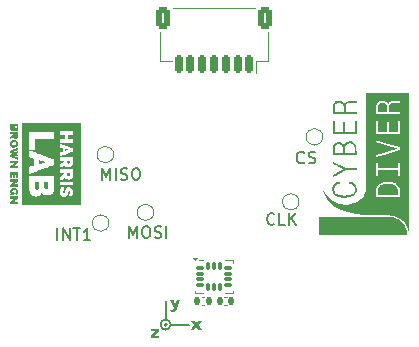
<source format=gbr>
%TF.GenerationSoftware,KiCad,Pcbnew,8.0.4*%
%TF.CreationDate,2024-10-25T17:05:04-04:00*%
%TF.ProjectId,ActiveImpactor_NoseAccelerometer,41637469-7665-4496-9d70-6163746f725f,rev?*%
%TF.SameCoordinates,Original*%
%TF.FileFunction,Legend,Top*%
%TF.FilePolarity,Positive*%
%FSLAX46Y46*%
G04 Gerber Fmt 4.6, Leading zero omitted, Abs format (unit mm)*
G04 Created by KiCad (PCBNEW 8.0.4) date 2024-10-25 17:05:04*
%MOMM*%
%LPD*%
G01*
G04 APERTURE LIST*
G04 Aperture macros list*
%AMRoundRect*
0 Rectangle with rounded corners*
0 $1 Rounding radius*
0 $2 $3 $4 $5 $6 $7 $8 $9 X,Y pos of 4 corners*
0 Add a 4 corners polygon primitive as box body*
4,1,4,$2,$3,$4,$5,$6,$7,$8,$9,$2,$3,0*
0 Add four circle primitives for the rounded corners*
1,1,$1+$1,$2,$3*
1,1,$1+$1,$4,$5*
1,1,$1+$1,$6,$7*
1,1,$1+$1,$8,$9*
0 Add four rect primitives between the rounded corners*
20,1,$1+$1,$2,$3,$4,$5,0*
20,1,$1+$1,$4,$5,$6,$7,0*
20,1,$1+$1,$6,$7,$8,$9,0*
20,1,$1+$1,$8,$9,$2,$3,0*%
G04 Aperture macros list end*
%ADD10C,0.150000*%
%ADD11C,0.200000*%
%ADD12C,0.000000*%
%ADD13C,0.120000*%
%ADD14C,4.400000*%
%ADD15RoundRect,0.087500X-0.087500X-0.225000X0.087500X-0.225000X0.087500X0.225000X-0.087500X0.225000X0*%
%ADD16RoundRect,0.087500X-0.225000X-0.087500X0.225000X-0.087500X0.225000X0.087500X-0.225000X0.087500X0*%
%ADD17C,1.000000*%
%ADD18RoundRect,0.150000X0.150000X0.625000X-0.150000X0.625000X-0.150000X-0.625000X0.150000X-0.625000X0*%
%ADD19RoundRect,0.250000X0.350000X0.650000X-0.350000X0.650000X-0.350000X-0.650000X0.350000X-0.650000X0*%
%ADD20RoundRect,0.140000X0.140000X0.170000X-0.140000X0.170000X-0.140000X-0.170000X0.140000X-0.170000X0*%
%ADD21RoundRect,0.140000X-0.140000X-0.170000X0.140000X-0.170000X0.140000X0.170000X-0.140000X0.170000X0*%
G04 APERTURE END LIST*
D10*
X-4100000Y-11600000D02*
X-4100000Y-13175736D01*
G36*
X-1945253Y-13280317D02*
G01*
X-1613327Y-13280317D01*
X-1497312Y-13484993D01*
X-1362734Y-13280317D01*
X-1054255Y-13280317D01*
X-1302895Y-13630317D01*
X-1036426Y-14015000D01*
X-1362734Y-14015000D01*
X-1497312Y-13778328D01*
X-1656070Y-14015000D01*
X-1958931Y-14015000D01*
X-1693683Y-13630317D01*
X-1945253Y-13280317D01*
G37*
X-3675736Y-13600000D02*
G75*
G02*
X-4524264Y-13600000I-424264J0D01*
G01*
X-4524264Y-13600000D02*
G75*
G02*
X-3675736Y-13600000I424264J0D01*
G01*
D11*
X-4000000Y-13600000D02*
G75*
G02*
X-4200000Y-13600000I-100000J0D01*
G01*
X-4200000Y-13600000D02*
G75*
G02*
X-4000000Y-13600000I100000J0D01*
G01*
D10*
X-2100000Y-13600000D02*
X-3675736Y-13600000D01*
G36*
X-3724004Y-11480317D02*
G01*
X-3428714Y-11480317D01*
X-3278261Y-11969535D01*
X-3138798Y-11480317D01*
X-2863292Y-11480317D01*
X-3152476Y-12265314D01*
X-3171129Y-12312366D01*
X-3193043Y-12359554D01*
X-3218288Y-12403323D01*
X-3250144Y-12442793D01*
X-3253348Y-12445809D01*
X-3294610Y-12474767D01*
X-3345367Y-12495451D01*
X-3397568Y-12506763D01*
X-3448097Y-12511417D01*
X-3475365Y-12511999D01*
X-3524662Y-12510094D01*
X-3576630Y-12505702D01*
X-3631615Y-12499657D01*
X-3662211Y-12495879D01*
X-3684193Y-12304148D01*
X-3632878Y-12317274D01*
X-3581433Y-12323450D01*
X-3549615Y-12324420D01*
X-3499864Y-12317156D01*
X-3469503Y-12301461D01*
X-3436520Y-12261368D01*
X-3417724Y-12219152D01*
X-3724004Y-11480317D01*
G37*
G36*
X-5336322Y-13980317D02*
G01*
X-4659769Y-13980317D01*
X-4659769Y-14140785D01*
X-5028087Y-14527421D01*
X-4637055Y-14527421D01*
X-4637055Y-14715000D01*
X-5363921Y-14715000D01*
X-5363921Y-14536946D01*
X-5014898Y-14167896D01*
X-5336322Y-14167896D01*
X-5336322Y-13980317D01*
G37*
X-13280951Y-6454819D02*
X-13280951Y-5454819D01*
X-12804761Y-6454819D02*
X-12804761Y-5454819D01*
X-12804761Y-5454819D02*
X-12233333Y-6454819D01*
X-12233333Y-6454819D02*
X-12233333Y-5454819D01*
X-11899999Y-5454819D02*
X-11328571Y-5454819D01*
X-11614285Y-6454819D02*
X-11614285Y-5454819D01*
X-10471428Y-6454819D02*
X-11042856Y-6454819D01*
X-10757142Y-6454819D02*
X-10757142Y-5454819D01*
X-10757142Y-5454819D02*
X-10852380Y-5597676D01*
X-10852380Y-5597676D02*
X-10947618Y-5692914D01*
X-10947618Y-5692914D02*
X-11042856Y-5740533D01*
X5104761Y-5059580D02*
X5057142Y-5107200D01*
X5057142Y-5107200D02*
X4914285Y-5154819D01*
X4914285Y-5154819D02*
X4819047Y-5154819D01*
X4819047Y-5154819D02*
X4676190Y-5107200D01*
X4676190Y-5107200D02*
X4580952Y-5011961D01*
X4580952Y-5011961D02*
X4533333Y-4916723D01*
X4533333Y-4916723D02*
X4485714Y-4726247D01*
X4485714Y-4726247D02*
X4485714Y-4583390D01*
X4485714Y-4583390D02*
X4533333Y-4392914D01*
X4533333Y-4392914D02*
X4580952Y-4297676D01*
X4580952Y-4297676D02*
X4676190Y-4202438D01*
X4676190Y-4202438D02*
X4819047Y-4154819D01*
X4819047Y-4154819D02*
X4914285Y-4154819D01*
X4914285Y-4154819D02*
X5057142Y-4202438D01*
X5057142Y-4202438D02*
X5104761Y-4250057D01*
X6009523Y-5154819D02*
X5533333Y-5154819D01*
X5533333Y-5154819D02*
X5533333Y-4154819D01*
X6342857Y-5154819D02*
X6342857Y-4154819D01*
X6914285Y-5154819D02*
X6485714Y-4583390D01*
X6914285Y-4154819D02*
X6342857Y-4726247D01*
X-7171427Y-6254819D02*
X-7171427Y-5254819D01*
X-7171427Y-5254819D02*
X-6838094Y-5969104D01*
X-6838094Y-5969104D02*
X-6504761Y-5254819D01*
X-6504761Y-5254819D02*
X-6504761Y-6254819D01*
X-5838094Y-5254819D02*
X-5647618Y-5254819D01*
X-5647618Y-5254819D02*
X-5552380Y-5302438D01*
X-5552380Y-5302438D02*
X-5457142Y-5397676D01*
X-5457142Y-5397676D02*
X-5409523Y-5588152D01*
X-5409523Y-5588152D02*
X-5409523Y-5921485D01*
X-5409523Y-5921485D02*
X-5457142Y-6111961D01*
X-5457142Y-6111961D02*
X-5552380Y-6207200D01*
X-5552380Y-6207200D02*
X-5647618Y-6254819D01*
X-5647618Y-6254819D02*
X-5838094Y-6254819D01*
X-5838094Y-6254819D02*
X-5933332Y-6207200D01*
X-5933332Y-6207200D02*
X-6028570Y-6111961D01*
X-6028570Y-6111961D02*
X-6076189Y-5921485D01*
X-6076189Y-5921485D02*
X-6076189Y-5588152D01*
X-6076189Y-5588152D02*
X-6028570Y-5397676D01*
X-6028570Y-5397676D02*
X-5933332Y-5302438D01*
X-5933332Y-5302438D02*
X-5838094Y-5254819D01*
X-5028570Y-6207200D02*
X-4885713Y-6254819D01*
X-4885713Y-6254819D02*
X-4647618Y-6254819D01*
X-4647618Y-6254819D02*
X-4552380Y-6207200D01*
X-4552380Y-6207200D02*
X-4504761Y-6159580D01*
X-4504761Y-6159580D02*
X-4457142Y-6064342D01*
X-4457142Y-6064342D02*
X-4457142Y-5969104D01*
X-4457142Y-5969104D02*
X-4504761Y-5873866D01*
X-4504761Y-5873866D02*
X-4552380Y-5826247D01*
X-4552380Y-5826247D02*
X-4647618Y-5778628D01*
X-4647618Y-5778628D02*
X-4838094Y-5731009D01*
X-4838094Y-5731009D02*
X-4933332Y-5683390D01*
X-4933332Y-5683390D02*
X-4980951Y-5635771D01*
X-4980951Y-5635771D02*
X-5028570Y-5540533D01*
X-5028570Y-5540533D02*
X-5028570Y-5445295D01*
X-5028570Y-5445295D02*
X-4980951Y-5350057D01*
X-4980951Y-5350057D02*
X-4933332Y-5302438D01*
X-4933332Y-5302438D02*
X-4838094Y-5254819D01*
X-4838094Y-5254819D02*
X-4599999Y-5254819D01*
X-4599999Y-5254819D02*
X-4457142Y-5302438D01*
X-4028570Y-6254819D02*
X-4028570Y-5254819D01*
X7633333Y140419D02*
X7585714Y92800D01*
X7585714Y92800D02*
X7442857Y45180D01*
X7442857Y45180D02*
X7347619Y45180D01*
X7347619Y45180D02*
X7204762Y92800D01*
X7204762Y92800D02*
X7109524Y188038D01*
X7109524Y188038D02*
X7061905Y283276D01*
X7061905Y283276D02*
X7014286Y473752D01*
X7014286Y473752D02*
X7014286Y616609D01*
X7014286Y616609D02*
X7061905Y807085D01*
X7061905Y807085D02*
X7109524Y902323D01*
X7109524Y902323D02*
X7204762Y997561D01*
X7204762Y997561D02*
X7347619Y1045180D01*
X7347619Y1045180D02*
X7442857Y1045180D01*
X7442857Y1045180D02*
X7585714Y997561D01*
X7585714Y997561D02*
X7633333Y949942D01*
X8014286Y92800D02*
X8157143Y45180D01*
X8157143Y45180D02*
X8395238Y45180D01*
X8395238Y45180D02*
X8490476Y92800D01*
X8490476Y92800D02*
X8538095Y140419D01*
X8538095Y140419D02*
X8585714Y235657D01*
X8585714Y235657D02*
X8585714Y330895D01*
X8585714Y330895D02*
X8538095Y426133D01*
X8538095Y426133D02*
X8490476Y473752D01*
X8490476Y473752D02*
X8395238Y521371D01*
X8395238Y521371D02*
X8204762Y568990D01*
X8204762Y568990D02*
X8109524Y616609D01*
X8109524Y616609D02*
X8061905Y664228D01*
X8061905Y664228D02*
X8014286Y759466D01*
X8014286Y759466D02*
X8014286Y854704D01*
X8014286Y854704D02*
X8061905Y949942D01*
X8061905Y949942D02*
X8109524Y997561D01*
X8109524Y997561D02*
X8204762Y1045180D01*
X8204762Y1045180D02*
X8442857Y1045180D01*
X8442857Y1045180D02*
X8585714Y997561D01*
X-9471427Y-1354819D02*
X-9471427Y-354819D01*
X-9471427Y-354819D02*
X-9138094Y-1069104D01*
X-9138094Y-1069104D02*
X-8804761Y-354819D01*
X-8804761Y-354819D02*
X-8804761Y-1354819D01*
X-8328570Y-1354819D02*
X-8328570Y-354819D01*
X-7899999Y-1307200D02*
X-7757142Y-1354819D01*
X-7757142Y-1354819D02*
X-7519047Y-1354819D01*
X-7519047Y-1354819D02*
X-7423809Y-1307200D01*
X-7423809Y-1307200D02*
X-7376190Y-1259580D01*
X-7376190Y-1259580D02*
X-7328571Y-1164342D01*
X-7328571Y-1164342D02*
X-7328571Y-1069104D01*
X-7328571Y-1069104D02*
X-7376190Y-973866D01*
X-7376190Y-973866D02*
X-7423809Y-926247D01*
X-7423809Y-926247D02*
X-7519047Y-878628D01*
X-7519047Y-878628D02*
X-7709523Y-831009D01*
X-7709523Y-831009D02*
X-7804761Y-783390D01*
X-7804761Y-783390D02*
X-7852380Y-735771D01*
X-7852380Y-735771D02*
X-7899999Y-640533D01*
X-7899999Y-640533D02*
X-7899999Y-545295D01*
X-7899999Y-545295D02*
X-7852380Y-450057D01*
X-7852380Y-450057D02*
X-7804761Y-402438D01*
X-7804761Y-402438D02*
X-7709523Y-354819D01*
X-7709523Y-354819D02*
X-7471428Y-354819D01*
X-7471428Y-354819D02*
X-7328571Y-402438D01*
X-6709523Y-354819D02*
X-6519047Y-354819D01*
X-6519047Y-354819D02*
X-6423809Y-402438D01*
X-6423809Y-402438D02*
X-6328571Y-497676D01*
X-6328571Y-497676D02*
X-6280952Y-688152D01*
X-6280952Y-688152D02*
X-6280952Y-1021485D01*
X-6280952Y-1021485D02*
X-6328571Y-1211961D01*
X-6328571Y-1211961D02*
X-6423809Y-1307200D01*
X-6423809Y-1307200D02*
X-6519047Y-1354819D01*
X-6519047Y-1354819D02*
X-6709523Y-1354819D01*
X-6709523Y-1354819D02*
X-6804761Y-1307200D01*
X-6804761Y-1307200D02*
X-6899999Y-1211961D01*
X-6899999Y-1211961D02*
X-6947618Y-1021485D01*
X-6947618Y-1021485D02*
X-6947618Y-688152D01*
X-6947618Y-688152D02*
X-6899999Y-497676D01*
X-6899999Y-497676D02*
X-6804761Y-402438D01*
X-6804761Y-402438D02*
X-6709523Y-354819D01*
D12*
%TO.C,G\u002A\u002A\u002A*%
G36*
X-12199344Y-849557D02*
G01*
X-12203386Y-914914D01*
X-12217318Y-959078D01*
X-12243850Y-985444D01*
X-12285693Y-997410D01*
X-12318652Y-999092D01*
X-12367312Y-994834D01*
X-12399911Y-979553D01*
X-12419285Y-949495D01*
X-12428272Y-900901D01*
X-12429904Y-851790D01*
X-12429904Y-755724D01*
X-12314624Y-755724D01*
X-12199344Y-755724D01*
X-12199344Y-849557D01*
G37*
G36*
X-12465129Y1252482D02*
G01*
X-12386570Y1231046D01*
X-12330092Y1215275D01*
X-12292997Y1204335D01*
X-12272585Y1197396D01*
X-12266156Y1193624D01*
X-12269793Y1192277D01*
X-12286368Y1188698D01*
X-12322631Y1179723D01*
X-12373537Y1166633D01*
X-12434043Y1150709D01*
X-12445915Y1147547D01*
X-12609228Y1103968D01*
X-12609228Y1197766D01*
X-12609228Y1291564D01*
X-12465129Y1252482D01*
G37*
G36*
X-12199344Y199957D02*
G01*
X-12202637Y134579D01*
X-12214312Y90050D01*
X-12237068Y62240D01*
X-12273603Y47018D01*
X-12302321Y42313D01*
X-12345279Y41128D01*
X-12376699Y51356D01*
X-12394680Y63725D01*
X-12412377Y79467D01*
X-12422884Y96662D01*
X-12428061Y122145D01*
X-12429769Y162749D01*
X-12429904Y193063D01*
X-12429904Y294604D01*
X-12314624Y294604D01*
X-12199344Y294604D01*
X-12199344Y199957D01*
G37*
G36*
X-16567171Y195093D02*
G01*
X-16567171Y121200D01*
X-16746260Y-19455D01*
X-16925350Y-160111D01*
X-16746260Y-163665D01*
X-16567171Y-167219D01*
X-16567171Y-262934D01*
X-16567171Y-358648D01*
X-16919415Y-358648D01*
X-17271659Y-358648D01*
X-17271659Y-283094D01*
X-17271659Y-207540D01*
X-17099561Y-68546D01*
X-16927462Y70449D01*
X-17099561Y74013D01*
X-17271659Y77576D01*
X-17271659Y173281D01*
X-17271659Y268986D01*
X-16919415Y268986D01*
X-16567171Y268986D01*
X-16567171Y195093D01*
G37*
G36*
X-16567171Y-1367484D02*
G01*
X-16567171Y-1441272D01*
X-16746709Y-1582033D01*
X-16926247Y-1722794D01*
X-16746709Y-1726348D01*
X-16567171Y-1729901D01*
X-16567171Y-1825616D01*
X-16567171Y-1921331D01*
X-16919415Y-1921331D01*
X-17271659Y-1921331D01*
X-17271659Y-1845877D01*
X-17271659Y-1770423D01*
X-17098509Y-1631329D01*
X-16925358Y-1492234D01*
X-17098509Y-1488670D01*
X-17271659Y-1485107D01*
X-17271659Y-1389401D01*
X-17271659Y-1293696D01*
X-16919415Y-1293696D01*
X-16567171Y-1293696D01*
X-16567171Y-1367484D01*
G37*
G36*
X-16567171Y-2814992D02*
G01*
X-16567171Y-2888886D01*
X-16746260Y-3029541D01*
X-16925350Y-3170197D01*
X-16746260Y-3173751D01*
X-16567171Y-3177304D01*
X-16567171Y-3273019D01*
X-16567171Y-3368734D01*
X-16919415Y-3368734D01*
X-17271659Y-3368734D01*
X-17271659Y-3293180D01*
X-17271659Y-3217626D01*
X-17099561Y-3078631D01*
X-16927462Y-2939637D01*
X-17099561Y-2936073D01*
X-17271659Y-2932509D01*
X-17271659Y-2836804D01*
X-17271659Y-2741099D01*
X-16919415Y-2741099D01*
X-16567171Y-2741099D01*
X-16567171Y-2814992D01*
G37*
G36*
X-16567171Y-947857D02*
G01*
X-16567171Y-1191225D01*
X-16650429Y-1191225D01*
X-16733686Y-1191225D01*
X-16733686Y-1043923D01*
X-16733686Y-896621D01*
X-16784922Y-896621D01*
X-16836157Y-896621D01*
X-16836157Y-1024710D01*
X-16836157Y-1152799D01*
X-16913011Y-1152799D01*
X-16989864Y-1152799D01*
X-16989864Y-1024710D01*
X-16989864Y-896621D01*
X-17047504Y-896621D01*
X-17105144Y-896621D01*
X-17105144Y-1050328D01*
X-17105144Y-1204034D01*
X-17188401Y-1204034D01*
X-17271659Y-1204034D01*
X-17271659Y-954261D01*
X-17271659Y-704488D01*
X-16919415Y-704488D01*
X-16567171Y-704488D01*
X-16567171Y-947857D01*
G37*
G36*
X-14059025Y-1792984D02*
G01*
X-14060557Y-1875001D01*
X-14062247Y-1935396D01*
X-14064651Y-1978161D01*
X-14068326Y-2007287D01*
X-14073831Y-2026768D01*
X-14081722Y-2040594D01*
X-14092558Y-2052759D01*
X-14095746Y-2055963D01*
X-14140182Y-2085580D01*
X-14193580Y-2099656D01*
X-14248667Y-2098502D01*
X-14298169Y-2082430D01*
X-14334814Y-2051753D01*
X-14338990Y-2045523D01*
X-14348204Y-2027934D01*
X-14354854Y-2007192D01*
X-14359349Y-1979029D01*
X-14362096Y-1939174D01*
X-14363502Y-1883358D01*
X-14363976Y-1807309D01*
X-14363996Y-1783636D01*
X-14364044Y-1562683D01*
X-14209529Y-1562683D01*
X-14055014Y-1562683D01*
X-14059025Y-1792984D01*
G37*
G36*
X-14825164Y-1825847D02*
G01*
X-14825244Y-1914280D01*
X-14825737Y-1980743D01*
X-14827023Y-2028885D01*
X-14829481Y-2062355D01*
X-14833491Y-2084800D01*
X-14839432Y-2099869D01*
X-14847684Y-2111210D01*
X-14855714Y-2119561D01*
X-14906735Y-2154776D01*
X-14965599Y-2170800D01*
X-15025858Y-2168046D01*
X-15081065Y-2146930D01*
X-15124770Y-2107868D01*
X-15128957Y-2101963D01*
X-15139074Y-2085708D01*
X-15146543Y-2068738D01*
X-15151765Y-2047064D01*
X-15155140Y-2016697D01*
X-15157069Y-1973646D01*
X-15157952Y-1913922D01*
X-15158189Y-1833534D01*
X-15158195Y-1810562D01*
X-15158195Y-1562683D01*
X-14991679Y-1562683D01*
X-14825164Y-1562683D01*
X-14825164Y-1825847D01*
G37*
G36*
X-14833933Y342115D02*
G01*
X-14817407Y337054D01*
X-14779688Y326184D01*
X-14724286Y310493D01*
X-14654706Y290972D01*
X-14574456Y268608D01*
X-14501472Y248378D01*
X-14416265Y224694D01*
X-14339980Y203254D01*
X-14275852Y184985D01*
X-14227117Y170817D01*
X-14197009Y161678D01*
X-14188492Y158536D01*
X-14201501Y154260D01*
X-14235302Y144633D01*
X-14285883Y130716D01*
X-14349235Y113571D01*
X-14421345Y94256D01*
X-14498203Y73834D01*
X-14575798Y53365D01*
X-14650120Y33911D01*
X-14717156Y16530D01*
X-14772897Y2286D01*
X-14813332Y-7763D01*
X-14834449Y-12554D01*
X-14836353Y-12809D01*
X-14842754Y-2524D01*
X-14847221Y29226D01*
X-14849860Y83781D01*
X-14850779Y162484D01*
X-14850782Y167886D01*
X-14850328Y241228D01*
X-14848764Y292151D01*
X-14845779Y323839D01*
X-14841068Y339478D01*
X-14834320Y342253D01*
X-14833933Y342115D01*
G37*
G36*
X-16732408Y2702673D02*
G01*
X-16567171Y2702673D01*
X-16567171Y2522937D01*
X-16569076Y2425295D01*
X-16575758Y2349309D01*
X-16588668Y2291235D01*
X-16609259Y2247329D01*
X-16638982Y2213847D01*
X-16679287Y2187045D01*
X-16701664Y2175981D01*
X-16777817Y2154255D01*
X-16855621Y2155924D01*
X-16929350Y2180115D01*
X-16986318Y2219344D01*
X-17014795Y2245373D01*
X-17143227Y2166787D01*
X-17271659Y2088201D01*
X-17271659Y2194919D01*
X-17271659Y2301636D01*
X-17162784Y2368168D01*
X-17112451Y2399693D01*
X-17080422Y2422503D01*
X-17062677Y2440453D01*
X-17055199Y2457397D01*
X-17053908Y2472620D01*
X-17053908Y2510540D01*
X-16888671Y2510540D01*
X-16884830Y2437001D01*
X-16881289Y2394172D01*
X-16874112Y2369209D01*
X-16859948Y2354364D01*
X-16845764Y2346640D01*
X-16814113Y2336360D01*
X-16784732Y2342399D01*
X-16775315Y2346640D01*
X-16754960Y2359081D01*
X-16743725Y2376709D01*
X-16738258Y2407273D01*
X-16736249Y2437001D01*
X-16732408Y2510540D01*
X-16810540Y2510540D01*
X-16888671Y2510540D01*
X-17053908Y2510540D01*
X-17162784Y2510540D01*
X-17271659Y2510540D01*
X-17271659Y2606606D01*
X-17271659Y2702673D01*
X-16919415Y2702673D01*
X-16732408Y2702673D01*
G37*
G36*
X-16805264Y2040026D02*
G01*
X-16729229Y2006181D01*
X-16662697Y1954489D01*
X-16609647Y1884955D01*
X-16600189Y1867280D01*
X-16571454Y1782675D01*
X-16567157Y1696734D01*
X-16586690Y1613485D01*
X-16629440Y1536958D01*
X-16654772Y1507160D01*
X-16727761Y1447725D01*
X-16809855Y1409867D01*
X-16896897Y1393550D01*
X-16984732Y1398735D01*
X-17069205Y1425387D01*
X-17146158Y1473469D01*
X-17186360Y1511882D01*
X-17238675Y1587366D01*
X-17267154Y1669219D01*
X-17269667Y1720237D01*
X-17104757Y1720237D01*
X-17094753Y1671769D01*
X-17085153Y1655122D01*
X-17042904Y1615605D01*
X-16986475Y1591348D01*
X-16922545Y1582739D01*
X-16857796Y1590170D01*
X-16798908Y1614031D01*
X-16768911Y1636639D01*
X-16742131Y1678065D01*
X-16732494Y1729695D01*
X-16741343Y1781565D01*
X-16747529Y1795174D01*
X-16776879Y1825910D01*
X-16823645Y1849333D01*
X-16880274Y1863862D01*
X-16939215Y1867917D01*
X-16992916Y1859917D01*
X-17014987Y1851138D01*
X-17062886Y1815474D01*
X-17093472Y1769989D01*
X-17104757Y1720237D01*
X-17269667Y1720237D01*
X-17271349Y1754378D01*
X-17250814Y1839779D01*
X-17238259Y1868046D01*
X-17188750Y1941382D01*
X-17124873Y1996843D01*
X-17050608Y2034433D01*
X-16969932Y2054157D01*
X-16939215Y2054845D01*
X-16886825Y2056019D01*
X-16805264Y2040026D01*
G37*
G36*
X-16826137Y-2022259D02*
G01*
X-16746347Y-2053823D01*
X-16678467Y-2102336D01*
X-16624678Y-2164450D01*
X-16587163Y-2236816D01*
X-16568102Y-2316084D01*
X-16569677Y-2398905D01*
X-16594070Y-2481931D01*
X-16600295Y-2495128D01*
X-16626015Y-2537755D01*
X-16655790Y-2574498D01*
X-16672538Y-2589455D01*
X-16711656Y-2617309D01*
X-16738682Y-2580165D01*
X-16765799Y-2544548D01*
X-16791859Y-2512583D01*
X-16818010Y-2482145D01*
X-16775848Y-2439983D01*
X-16746521Y-2404146D01*
X-16734701Y-2368876D01*
X-16733686Y-2350867D01*
X-16740243Y-2298312D01*
X-16762866Y-2260954D01*
X-16805982Y-2232080D01*
X-16814775Y-2227937D01*
X-16881404Y-2207636D01*
X-16946541Y-2205364D01*
X-17005814Y-2219276D01*
X-17054849Y-2247526D01*
X-17089274Y-2288271D01*
X-17104716Y-2339666D01*
X-17105144Y-2350429D01*
X-17095974Y-2396145D01*
X-17072982Y-2442642D01*
X-17048348Y-2471412D01*
X-17036624Y-2478312D01*
X-17030610Y-2470824D01*
X-17028475Y-2444479D01*
X-17028290Y-2422446D01*
X-17028290Y-2356833D01*
X-16964246Y-2356833D01*
X-16900202Y-2356833D01*
X-16900202Y-2497731D01*
X-16900202Y-2638628D01*
X-17085930Y-2638628D01*
X-17271659Y-2638628D01*
X-17271659Y-2568179D01*
X-17270547Y-2527467D01*
X-17265740Y-2506258D01*
X-17255029Y-2498482D01*
X-17246041Y-2497731D01*
X-17225211Y-2493492D01*
X-17220424Y-2487630D01*
X-17225801Y-2470908D01*
X-17239323Y-2440814D01*
X-17246041Y-2427282D01*
X-17268555Y-2357055D01*
X-17265996Y-2283328D01*
X-17238630Y-2205920D01*
X-17210109Y-2160040D01*
X-17174387Y-2117273D01*
X-17155615Y-2100050D01*
X-17098759Y-2064217D01*
X-17030651Y-2034837D01*
X-16962081Y-2015916D01*
X-16915655Y-2010993D01*
X-16826137Y-2022259D01*
G37*
G36*
X-16989864Y3381543D02*
G01*
X-16920868Y3381543D01*
X-16720877Y3381543D01*
X-16567171Y3381543D01*
X-16567219Y3160590D01*
X-16567538Y3078222D01*
X-16568716Y3017241D01*
X-16571144Y2973422D01*
X-16575213Y2942537D01*
X-16581315Y2920362D01*
X-16589840Y2902669D01*
X-16591324Y2900185D01*
X-16632314Y2855553D01*
X-16686066Y2828622D01*
X-16746150Y2820125D01*
X-16806136Y2830796D01*
X-16859593Y2861368D01*
X-16867652Y2868677D01*
X-16909762Y2909491D01*
X-16936689Y2865921D01*
X-16971419Y2824798D01*
X-17016590Y2801234D01*
X-17077868Y2792531D01*
X-17091210Y2792335D01*
X-17145766Y2798528D01*
X-17186621Y2818860D01*
X-17188226Y2820103D01*
X-17213151Y2842901D01*
X-17232141Y2869487D01*
X-17246101Y2903680D01*
X-17255940Y2949302D01*
X-17262565Y3010175D01*
X-17266881Y3090118D01*
X-17269043Y3160590D01*
X-17269763Y3189410D01*
X-17117953Y3189410D01*
X-17117953Y3119795D01*
X-17115782Y3074013D01*
X-17110243Y3034281D01*
X-17106125Y3019071D01*
X-17083871Y2986954D01*
X-17050324Y2977823D01*
X-17021775Y2984510D01*
X-17005485Y2992431D01*
X-16995948Y3004853D01*
X-16991368Y3027884D01*
X-16989949Y3067630D01*
X-16989864Y3093026D01*
X-16989864Y3189410D01*
X-16836157Y3189410D01*
X-16836157Y3106603D01*
X-16834963Y3059999D01*
X-16830153Y3032200D01*
X-16819883Y3016452D01*
X-16809681Y3009626D01*
X-16783237Y3002566D01*
X-16754776Y3014114D01*
X-16752041Y3015875D01*
X-16734269Y3030791D01*
X-16724857Y3050909D01*
X-16721277Y3084096D01*
X-16720877Y3112852D01*
X-16720877Y3189410D01*
X-16778517Y3189410D01*
X-16836157Y3189410D01*
X-16989864Y3189410D01*
X-17053908Y3189410D01*
X-17117953Y3189410D01*
X-17269763Y3189410D01*
X-17274565Y3381543D01*
X-16989864Y3381543D01*
G37*
G36*
X-16570248Y1384404D02*
G01*
X-16568958Y1353218D01*
X-16569448Y1308770D01*
X-16569834Y1297306D01*
X-16573575Y1198444D01*
X-16808421Y1123335D01*
X-16880523Y1099723D01*
X-16942797Y1078269D01*
X-16991681Y1060289D01*
X-17023611Y1047101D01*
X-17035023Y1040020D01*
X-17034872Y1039670D01*
X-17018671Y1030838D01*
X-16986874Y1017970D01*
X-16966542Y1010732D01*
X-16906606Y990349D01*
X-16740624Y1045956D01*
X-16679850Y1066217D01*
X-16628415Y1083174D01*
X-16590868Y1095343D01*
X-16571756Y1101239D01*
X-16570321Y1101563D01*
X-16568665Y1089878D01*
X-16568471Y1059241D01*
X-16569782Y1016275D01*
X-16569788Y1016145D01*
X-16573575Y930727D01*
X-16663237Y906054D01*
X-16708637Y892673D01*
X-16744130Y880569D01*
X-16762568Y872197D01*
X-16763115Y871741D01*
X-16756527Y864192D01*
X-16730157Y852346D01*
X-16689027Y838311D01*
X-16670251Y832750D01*
X-16567171Y803400D01*
X-16567171Y721922D01*
X-16568548Y680003D01*
X-16572143Y650544D01*
X-16576778Y640300D01*
X-16591885Y644156D01*
X-16626346Y654800D01*
X-16675293Y670679D01*
X-16733860Y690240D01*
X-16743964Y693664D01*
X-16901543Y747170D01*
X-16971321Y725175D01*
X-17009057Y711839D01*
X-17034395Y700126D01*
X-17041099Y694171D01*
X-17029473Y687714D01*
X-16997162Y675244D01*
X-16948021Y658107D01*
X-16885904Y637649D01*
X-16818218Y616313D01*
X-16746099Y593796D01*
X-16682062Y573349D01*
X-16630299Y556348D01*
X-16595001Y544168D01*
X-16580678Y538404D01*
X-16572557Y519669D01*
X-16569172Y477606D01*
X-16569797Y433435D01*
X-16573575Y337525D01*
X-16922320Y472973D01*
X-17271065Y608422D01*
X-17271362Y686569D01*
X-17271659Y764717D01*
X-17144322Y814342D01*
X-17093144Y835078D01*
X-17053055Y852841D01*
X-17028654Y865494D01*
X-17023537Y870520D01*
X-17037541Y877765D01*
X-17069937Y891968D01*
X-17115250Y910777D01*
X-17147672Y923818D01*
X-17265255Y970564D01*
X-17269072Y1049038D01*
X-17270057Y1093807D01*
X-17266589Y1119451D01*
X-17257274Y1132281D01*
X-17249859Y1135910D01*
X-17232153Y1142654D01*
X-17193946Y1157398D01*
X-17138607Y1178834D01*
X-17069503Y1205657D01*
X-16990002Y1236562D01*
X-16903482Y1270237D01*
X-16818004Y1303430D01*
X-16740490Y1333345D01*
X-16674096Y1358779D01*
X-16621977Y1378529D01*
X-16587292Y1391391D01*
X-16573196Y1396162D01*
X-16573114Y1396168D01*
X-16570248Y1384404D01*
G37*
G36*
X-13569894Y3471205D02*
G01*
X-13569017Y3471205D01*
X-13019112Y3471205D01*
X-11302723Y3471205D01*
X-11302723Y12809D01*
X-11302723Y-3445587D01*
X-13781240Y-3445587D01*
X-16259758Y-3445587D01*
X-16259758Y-1463209D01*
X-15644957Y-1463209D01*
X-15644642Y-1570314D01*
X-15643981Y-1678128D01*
X-15642986Y-1783537D01*
X-15641671Y-1883429D01*
X-15640047Y-1974691D01*
X-15638128Y-2054208D01*
X-15635925Y-2118869D01*
X-15633453Y-2165560D01*
X-15631528Y-2186189D01*
X-15603607Y-2326843D01*
X-15560117Y-2449992D01*
X-15501677Y-2554377D01*
X-15428905Y-2638739D01*
X-15394947Y-2667342D01*
X-15332547Y-2707887D01*
X-15267102Y-2734549D01*
X-15192406Y-2748885D01*
X-15102256Y-2752452D01*
X-15060598Y-2751217D01*
X-14996212Y-2747448D01*
X-14948890Y-2741640D01*
X-14910079Y-2731926D01*
X-14871226Y-2716442D01*
X-14845979Y-2704417D01*
X-14756459Y-2646478D01*
X-14679009Y-2568006D01*
X-14617061Y-2472589D01*
X-14609429Y-2457268D01*
X-14572755Y-2380856D01*
X-14556468Y-2420176D01*
X-14531657Y-2459683D01*
X-14490184Y-2505123D01*
X-14438340Y-2551052D01*
X-14382415Y-2592025D01*
X-14328699Y-2622597D01*
X-14316454Y-2627936D01*
X-14278609Y-2641607D01*
X-14241561Y-2650448D01*
X-14198045Y-2655434D01*
X-14140791Y-2657546D01*
X-14094359Y-2657842D01*
X-14030046Y-2657522D01*
X-13983999Y-2655599D01*
X-13948865Y-2650629D01*
X-13917294Y-2641168D01*
X-13881934Y-2625773D01*
X-13848792Y-2609605D01*
X-13749679Y-2547520D01*
X-13668606Y-2468906D01*
X-13607807Y-2375946D01*
X-13606141Y-2372596D01*
X-13576298Y-2312002D01*
X-13576284Y-2309495D01*
X-13029446Y-2309495D01*
X-13029411Y-2401037D01*
X-13021918Y-2487368D01*
X-13007161Y-2561053D01*
X-12994552Y-2596892D01*
X-12950106Y-2669287D01*
X-12890598Y-2725675D01*
X-12820307Y-2765220D01*
X-12743515Y-2787087D01*
X-12664503Y-2790439D01*
X-12587552Y-2774441D01*
X-12516943Y-2738257D01*
X-12472113Y-2698888D01*
X-12441935Y-2660296D01*
X-12412940Y-2610094D01*
X-12383492Y-2544733D01*
X-12351958Y-2460661D01*
X-12323982Y-2377087D01*
X-12300878Y-2316724D01*
X-12277770Y-2280629D01*
X-12253417Y-2267479D01*
X-12228164Y-2274933D01*
X-12207655Y-2302264D01*
X-12200863Y-2347515D01*
X-12207408Y-2407215D01*
X-12226909Y-2477892D01*
X-12258984Y-2556077D01*
X-12259031Y-2556176D01*
X-12275563Y-2596293D01*
X-12283021Y-2625797D01*
X-12281241Y-2637340D01*
X-12265596Y-2647369D01*
X-12232762Y-2666200D01*
X-12188231Y-2690728D01*
X-12157170Y-2707429D01*
X-12044547Y-2767438D01*
X-12014915Y-2699831D01*
X-11982025Y-2621201D01*
X-11959648Y-2556734D01*
X-11945902Y-2498174D01*
X-11938906Y-2437266D01*
X-11936780Y-2365752D01*
X-11936762Y-2356833D01*
X-11937782Y-2289578D01*
X-11941506Y-2240765D01*
X-11948928Y-2203276D01*
X-11961046Y-2169993D01*
X-11963733Y-2164049D01*
X-12014538Y-2079632D01*
X-12079308Y-2016613D01*
X-12158892Y-1974385D01*
X-12254138Y-1952342D01*
X-12260722Y-1951611D01*
X-12345331Y-1952318D01*
X-12417973Y-1974592D01*
X-12482501Y-2019849D01*
X-12503424Y-2040883D01*
X-12521395Y-2061515D01*
X-12537097Y-2083211D01*
X-12552169Y-2109629D01*
X-12568254Y-2144425D01*
X-12586991Y-2191259D01*
X-12610021Y-2253788D01*
X-12638984Y-2335671D01*
X-12650789Y-2369474D01*
X-12673089Y-2423483D01*
X-12693489Y-2452203D01*
X-12702747Y-2456991D01*
X-12733922Y-2453170D01*
X-12753670Y-2429432D01*
X-12762151Y-2388705D01*
X-12759523Y-2333921D01*
X-12745947Y-2268010D01*
X-12721581Y-2193901D01*
X-12686586Y-2114525D01*
X-12683803Y-2108966D01*
X-12665140Y-2070362D01*
X-12653000Y-2042051D01*
X-12650019Y-2030390D01*
X-12665533Y-2021075D01*
X-12697729Y-2004338D01*
X-12740584Y-1983063D01*
X-12788079Y-1960136D01*
X-12834191Y-1938444D01*
X-12872901Y-1920872D01*
X-12898188Y-1910305D01*
X-12904285Y-1908522D01*
X-12918100Y-1920054D01*
X-12936660Y-1951418D01*
X-12957833Y-1997770D01*
X-12979487Y-2054266D01*
X-12999490Y-2116060D01*
X-13006374Y-2140516D01*
X-13021831Y-2220177D01*
X-13029446Y-2309495D01*
X-13576284Y-2309495D01*
X-13572658Y-1649143D01*
X-13572605Y-1639536D01*
X-13019112Y-1639536D01*
X-13019112Y-1793521D01*
X-12904285Y-1792812D01*
X-12477937Y-1790179D01*
X-11936762Y-1786838D01*
X-11936762Y-1639536D01*
X-11936762Y-1492234D01*
X-12477937Y-1488893D01*
X-13019112Y-1485551D01*
X-13019112Y-1639536D01*
X-13572605Y-1639536D01*
X-13569017Y-986283D01*
X-14598435Y-986283D01*
X-14758586Y-986387D01*
X-14911312Y-986688D01*
X-15054679Y-987170D01*
X-15186754Y-987817D01*
X-15305602Y-988613D01*
X-15409289Y-989543D01*
X-15495881Y-990590D01*
X-15563444Y-991738D01*
X-15610044Y-992972D01*
X-15633747Y-994276D01*
X-15636393Y-994823D01*
X-15638859Y-1009798D01*
X-15640889Y-1047275D01*
X-15642497Y-1104139D01*
X-15643695Y-1177278D01*
X-15644496Y-1263578D01*
X-15644912Y-1359926D01*
X-15644957Y-1463209D01*
X-16259758Y-1463209D01*
X-16259758Y12809D01*
X-16259758Y2677055D01*
X-15644932Y2677055D01*
X-15644932Y1616355D01*
X-15644932Y555654D01*
X-15439990Y493539D01*
X-15235048Y431424D01*
X-15235048Y158735D01*
X-15235048Y-113954D01*
X-15308699Y-134724D01*
X-15353765Y-147962D01*
X-15413459Y-166214D01*
X-15478074Y-186490D01*
X-15510439Y-196855D01*
X-15638527Y-238217D01*
X-15641965Y-543262D01*
X-15642948Y-639300D01*
X-15643330Y-712638D01*
X-15642921Y-766187D01*
X-15641532Y-802862D01*
X-15638974Y-825575D01*
X-15635058Y-837240D01*
X-15629595Y-840770D01*
X-15622752Y-839222D01*
X-15607503Y-833449D01*
X-15570064Y-819427D01*
X-15512257Y-797836D01*
X-15435904Y-769353D01*
X-15342826Y-734659D01*
X-15234846Y-694430D01*
X-15113786Y-649348D01*
X-14986272Y-601878D01*
X-13019112Y-601878D01*
X-13019112Y-755724D01*
X-12859001Y-755724D01*
X-12698890Y-755724D01*
X-12699104Y-810161D01*
X-12699317Y-864599D01*
X-12859181Y-960666D01*
X-13019044Y-1056732D01*
X-13019078Y-1226450D01*
X-13018729Y-1289029D01*
X-13017747Y-1341205D01*
X-13016273Y-1378267D01*
X-13014450Y-1395503D01*
X-13013997Y-1396167D01*
X-13001967Y-1389777D01*
X-12971799Y-1372059D01*
X-12927122Y-1345192D01*
X-12871564Y-1311356D01*
X-12820385Y-1279908D01*
X-12631889Y-1163648D01*
X-12598143Y-1194589D01*
X-12532025Y-1247106D01*
X-12464234Y-1282178D01*
X-12405826Y-1300712D01*
X-12313258Y-1311899D01*
X-12222396Y-1299722D01*
X-12137338Y-1266320D01*
X-12062181Y-1213836D01*
X-12001024Y-1144410D01*
X-11960989Y-1068306D01*
X-11952772Y-1044105D01*
X-11946618Y-1017285D01*
X-11942239Y-983857D01*
X-11939352Y-939831D01*
X-11937669Y-881218D01*
X-11936905Y-804026D01*
X-11936762Y-730106D01*
X-11936762Y-454715D01*
X-12477937Y-451374D01*
X-13019112Y-448033D01*
X-13019112Y-601878D01*
X-14986272Y-601878D01*
X-14981466Y-600089D01*
X-14839709Y-547334D01*
X-14690338Y-491760D01*
X-14607413Y-460914D01*
X-14454704Y-404110D01*
X-14308635Y-349765D01*
X-14171025Y-298557D01*
X-14043698Y-251165D01*
X-13928473Y-208267D01*
X-13827172Y-170541D01*
X-13741617Y-138665D01*
X-13673629Y-113318D01*
X-13625028Y-95177D01*
X-13597636Y-84921D01*
X-13592310Y-82902D01*
X-13584319Y-77619D01*
X-13578472Y-66602D01*
X-13574441Y-46305D01*
X-13571898Y-13184D01*
X-13570514Y36306D01*
X-13569963Y105709D01*
X-13569894Y159211D01*
X-13569894Y392534D01*
X-13719923Y448450D01*
X-13019112Y448450D01*
X-13019112Y294604D01*
X-12859001Y294604D01*
X-12698890Y294604D01*
X-12698890Y238899D01*
X-12698890Y183194D01*
X-12859001Y84017D01*
X-13019112Y-15160D01*
X-13019112Y-186694D01*
X-13019112Y-358227D01*
X-12881417Y-273163D01*
X-12822414Y-236693D01*
X-12765434Y-201438D01*
X-12717219Y-171573D01*
X-12686082Y-152248D01*
X-12628442Y-116397D01*
X-12583611Y-159312D01*
X-12506113Y-217344D01*
X-12421216Y-252978D01*
X-12332621Y-266903D01*
X-12244027Y-259808D01*
X-12159134Y-232383D01*
X-12081643Y-185317D01*
X-12015254Y-119299D01*
X-11968240Y-44628D01*
X-11958092Y-23042D01*
X-11950408Y-2526D01*
X-11944844Y20761D01*
X-11941058Y50664D01*
X-11938705Y91025D01*
X-11937444Y145687D01*
X-11936931Y218493D01*
X-11936825Y307413D01*
X-11936762Y595613D01*
X-12477937Y598954D01*
X-13019112Y602295D01*
X-13019112Y448450D01*
X-13719923Y448450D01*
X-14130282Y601392D01*
X-14267365Y652489D01*
X-14416616Y708132D01*
X-14572170Y766133D01*
X-14728159Y824305D01*
X-14878715Y880458D01*
X-15017971Y932406D01*
X-15140059Y977959D01*
X-15158195Y984727D01*
X-15625719Y1159203D01*
X-15385552Y1162688D01*
X-15145386Y1166173D01*
X-15145386Y1557881D01*
X-13019112Y1557881D01*
X-13019112Y1399373D01*
X-12916641Y1369764D01*
X-12814170Y1340154D01*
X-12814170Y1197021D01*
X-12814170Y1053887D01*
X-12916641Y1024710D01*
X-13019112Y995533D01*
X-13019112Y837202D01*
X-13018245Y776912D01*
X-13015877Y727192D01*
X-13012362Y692916D01*
X-13008052Y678963D01*
X-13007659Y678870D01*
X-12993477Y683204D01*
X-12957988Y695553D01*
X-12903875Y714943D01*
X-12833820Y740399D01*
X-12750505Y770945D01*
X-12656612Y805605D01*
X-12554822Y843405D01*
X-12536933Y850070D01*
X-12431039Y889533D01*
X-12330011Y927164D01*
X-12237005Y961789D01*
X-12155177Y992233D01*
X-12087682Y1017322D01*
X-12037676Y1035883D01*
X-12008315Y1046742D01*
X-12007211Y1047148D01*
X-11936762Y1073026D01*
X-11933105Y1187820D01*
X-11932529Y1250837D01*
X-11935796Y1291545D01*
X-11943212Y1313006D01*
X-11945914Y1315857D01*
X-11961179Y1323086D01*
X-11997836Y1338158D01*
X-12053241Y1360054D01*
X-12124751Y1387752D01*
X-12209722Y1420231D01*
X-12305511Y1456469D01*
X-12409476Y1495447D01*
X-12449117Y1510222D01*
X-12555995Y1550030D01*
X-12656202Y1587427D01*
X-12747007Y1621387D01*
X-12825676Y1650885D01*
X-12889478Y1674896D01*
X-12935679Y1692395D01*
X-12961548Y1702357D01*
X-12965277Y1703866D01*
X-12992613Y1713577D01*
X-13006906Y1716389D01*
X-13011855Y1704256D01*
X-13015745Y1670533D01*
X-13018267Y1619238D01*
X-13019112Y1557881D01*
X-15145386Y1557881D01*
X-15145386Y1633414D01*
X-15145386Y2100656D01*
X-14357640Y2100656D01*
X-13569894Y2100656D01*
X-13569894Y2388855D01*
X-13569894Y2613150D01*
X-13019112Y2613150D01*
X-13019112Y2459304D01*
X-12807766Y2459304D01*
X-12596419Y2459304D01*
X-12596419Y2279980D01*
X-12596419Y2100656D01*
X-12807766Y2100656D01*
X-13019112Y2100656D01*
X-13019112Y1946810D01*
X-13019112Y1792965D01*
X-13006906Y1793040D01*
X-12477937Y1796306D01*
X-11936762Y1799647D01*
X-11933154Y1950151D01*
X-11929545Y2100656D01*
X-12134893Y2100656D01*
X-12340242Y2100656D01*
X-12340242Y2279980D01*
X-12340242Y2459304D01*
X-12134893Y2459304D01*
X-11929545Y2459304D01*
X-11933154Y2609808D01*
X-11936762Y2760313D01*
X-12477937Y2763654D01*
X-13019112Y2766995D01*
X-13019112Y2613150D01*
X-13569894Y2613150D01*
X-13569894Y2677055D01*
X-14607413Y2677055D01*
X-15644932Y2677055D01*
X-16259758Y2677055D01*
X-16259758Y3471205D01*
X-13781240Y3471205D01*
X-13569894Y3471205D01*
G37*
G36*
X12066863Y3078788D02*
G01*
X12066863Y2532552D01*
X11055084Y2532552D01*
X10043304Y2532552D01*
X10043304Y3072581D01*
X10043304Y3612610D01*
X10123999Y3612610D01*
X10204693Y3612610D01*
X10204693Y3159482D01*
X10204693Y2706354D01*
X10577127Y2706354D01*
X10949561Y2706354D01*
X10949561Y3116031D01*
X10949561Y3525709D01*
X11030255Y3525709D01*
X11110949Y3525709D01*
X11110949Y3116031D01*
X11110949Y2706354D01*
X11508212Y2706354D01*
X11905475Y2706354D01*
X11905475Y3165689D01*
X11905475Y3625025D01*
X11986169Y3625025D01*
X12066863Y3625025D01*
X12066863Y3078788D01*
G37*
G36*
X14335306Y5195958D02*
G01*
X14430712Y5173492D01*
X14511274Y5131986D01*
X14553805Y5096337D01*
X14583553Y5064586D01*
X14606797Y5033482D01*
X14624410Y4999374D01*
X14637266Y4958613D01*
X14646237Y4907548D01*
X14652197Y4842528D01*
X14656019Y4759905D01*
X14658527Y4658529D01*
X14663620Y4394722D01*
X14271497Y4394722D01*
X13879375Y4394722D01*
X13879375Y4629985D01*
X13880086Y4732482D01*
X13882640Y4814235D01*
X13887668Y4879302D01*
X13895799Y4931740D01*
X13907665Y4975604D01*
X13923895Y5014951D01*
X13945121Y5053839D01*
X13945301Y5054139D01*
X13994616Y5115849D01*
X14058963Y5160110D01*
X14139997Y5187775D01*
X14226106Y5199052D01*
X14335306Y5195958D01*
G37*
G36*
X14862176Y-1671237D02*
G01*
X14959391Y-1677544D01*
X15043212Y-1687225D01*
X15098894Y-1697949D01*
X15224019Y-1737532D01*
X15328111Y-1788847D01*
X15412473Y-1852781D01*
X15478405Y-1930216D01*
X15504524Y-1973628D01*
X15531496Y-2031232D01*
X15551665Y-2092143D01*
X15565805Y-2160927D01*
X15574694Y-2242151D01*
X15579105Y-2340382D01*
X15579941Y-2417717D01*
X15580157Y-2619452D01*
X14729766Y-2619452D01*
X13879375Y-2619452D01*
X13879590Y-2417717D01*
X13881444Y-2305585D01*
X13887256Y-2213509D01*
X13897803Y-2136924D01*
X13913860Y-2071262D01*
X13936202Y-2011956D01*
X13955008Y-1973628D01*
X14015176Y-1886949D01*
X14095772Y-1813889D01*
X14196225Y-1754818D01*
X14315964Y-1710109D01*
X14388368Y-1692084D01*
X14461190Y-1680762D01*
X14551073Y-1673067D01*
X14651925Y-1668948D01*
X14757657Y-1668355D01*
X14862176Y-1671237D01*
G37*
G36*
X12288803Y-4494050D02*
G01*
X12593989Y-4494092D01*
X12876194Y-4494168D01*
X13136344Y-4494285D01*
X13375362Y-4494448D01*
X13594173Y-4494663D01*
X13793701Y-4494935D01*
X13974871Y-4495270D01*
X14138608Y-4495673D01*
X14285834Y-4496150D01*
X14417476Y-4496707D01*
X14534457Y-4497349D01*
X14637701Y-4498082D01*
X14728134Y-4498911D01*
X14806678Y-4499843D01*
X14874260Y-4500882D01*
X14931803Y-4502034D01*
X14980231Y-4503305D01*
X15020469Y-4504701D01*
X15053442Y-4506227D01*
X15080073Y-4507888D01*
X15101287Y-4509691D01*
X15118008Y-4511641D01*
X15128452Y-4513254D01*
X15299033Y-4553976D01*
X15465987Y-4615001D01*
X15623077Y-4693715D01*
X15739442Y-4769109D01*
X15845690Y-4855767D01*
X15949184Y-4957749D01*
X16045617Y-5069765D01*
X16130682Y-5186524D01*
X16200072Y-5302736D01*
X16236501Y-5379694D01*
X16282311Y-5503815D01*
X16319228Y-5632615D01*
X16345673Y-5759117D01*
X16360064Y-5876339D01*
X16362268Y-5935013D01*
X16362268Y-5996187D01*
X12631721Y-5996187D01*
X8901174Y-5996187D01*
X8901174Y-5245112D01*
X8901174Y-4494037D01*
X11959714Y-4494037D01*
X12288803Y-4494050D01*
G37*
G36*
X10116768Y199148D02*
G01*
X10143269Y185561D01*
X10189077Y161839D01*
X10251511Y129380D01*
X10327892Y89580D01*
X10415537Y43837D01*
X10511768Y-6450D01*
X10613902Y-59886D01*
X10676700Y-92771D01*
X11163169Y-347605D01*
X11615016Y-347605D01*
X12066863Y-347605D01*
X12066863Y-434506D01*
X12066863Y-521407D01*
X11614767Y-521407D01*
X11162672Y-521407D01*
X10607242Y-813147D01*
X10498923Y-869999D01*
X10397418Y-923192D01*
X10304814Y-971637D01*
X10223203Y-1014245D01*
X10154674Y-1049926D01*
X10101317Y-1077591D01*
X10065222Y-1096151D01*
X10048479Y-1104517D01*
X10047558Y-1104887D01*
X10045515Y-1093490D01*
X10044008Y-1063367D01*
X10043320Y-1020617D01*
X10043304Y-1012763D01*
X10043304Y-920638D01*
X10515000Y-680676D01*
X10614818Y-629753D01*
X10707441Y-582224D01*
X10790596Y-539277D01*
X10862010Y-502097D01*
X10919409Y-471872D01*
X10960521Y-449788D01*
X10983071Y-437033D01*
X10986750Y-434376D01*
X10976023Y-427669D01*
X10945342Y-411094D01*
X10896993Y-385822D01*
X10833259Y-353027D01*
X10756428Y-313880D01*
X10668784Y-269553D01*
X10572611Y-221218D01*
X10515054Y-192424D01*
X10043304Y43190D01*
X10043304Y139711D01*
X10043304Y236232D01*
X10116768Y199148D01*
G37*
G36*
X10699894Y5360936D02*
G01*
X10734378Y5353163D01*
X10841068Y5316333D01*
X10927948Y5264683D01*
X10995325Y5197941D01*
X11043511Y5115834D01*
X11061633Y5065103D01*
X11068772Y5044361D01*
X11074204Y5046139D01*
X11078966Y5058896D01*
X11121754Y5155997D01*
X11178419Y5232711D01*
X11249467Y5289572D01*
X11332094Y5326106D01*
X11358871Y5333662D01*
X11386640Y5339507D01*
X11418952Y5343855D01*
X11459360Y5346919D01*
X11511415Y5348914D01*
X11578669Y5350054D01*
X11664673Y5350553D01*
X11739187Y5350636D01*
X12066863Y5350636D01*
X12066863Y5263734D01*
X12066863Y5176833D01*
X11740133Y5176833D01*
X11624899Y5176438D01*
X11531479Y5174909D01*
X11456863Y5171727D01*
X11398042Y5166374D01*
X11352007Y5158333D01*
X11315751Y5147087D01*
X11286264Y5132116D01*
X11260538Y5112903D01*
X11236793Y5090200D01*
X11212985Y5063962D01*
X11194362Y5037819D01*
X11180213Y5008283D01*
X11169828Y4971870D01*
X11162497Y4925093D01*
X11157511Y4864466D01*
X11154159Y4786504D01*
X11151731Y4687721D01*
X11151404Y4670943D01*
X11146127Y4394722D01*
X11606495Y4394722D01*
X12066863Y4394722D01*
X12066863Y4307820D01*
X12066863Y4220919D01*
X11055084Y4220919D01*
X10204693Y4220919D01*
X10043304Y4220919D01*
X10043398Y4528177D01*
X10044092Y4630840D01*
X10204693Y4630840D01*
X10204693Y4629985D01*
X10204693Y4394722D01*
X10596815Y4394722D01*
X10988938Y4394722D01*
X10983845Y4658529D01*
X10981660Y4752535D01*
X10978983Y4825438D01*
X10975501Y4880961D01*
X10970899Y4922830D01*
X10964866Y4954768D01*
X10957087Y4980502D01*
X10956686Y4981589D01*
X10916134Y5056435D01*
X10856810Y5116966D01*
X10781061Y5161922D01*
X10691235Y5190044D01*
X10589677Y5200072D01*
X10551424Y5199052D01*
X10454395Y5185239D01*
X10375503Y5155580D01*
X10313093Y5109219D01*
X10270619Y5054139D01*
X10249353Y5015239D01*
X10233087Y4975911D01*
X10221191Y4932095D01*
X10213034Y4879737D01*
X10207986Y4814780D01*
X10205415Y4733166D01*
X10204693Y4630840D01*
X10044092Y4630840D01*
X10044284Y4659214D01*
X10047195Y4768685D01*
X10052645Y4859805D01*
X10061149Y4935792D01*
X10073219Y4999860D01*
X10089369Y5055227D01*
X10110112Y5105109D01*
X10135963Y5152721D01*
X10145614Y5168345D01*
X10206276Y5241590D01*
X10284092Y5299779D01*
X10375710Y5341859D01*
X10477783Y5366780D01*
X10586961Y5373489D01*
X10699894Y5360936D01*
G37*
G36*
X11520803Y-1490481D02*
G01*
X11567587Y-1502752D01*
X11621894Y-1519685D01*
X11678587Y-1539664D01*
X11732530Y-1561075D01*
X11778584Y-1582301D01*
X11783475Y-1584832D01*
X11860003Y-1633413D01*
X11930920Y-1693908D01*
X11989696Y-1760080D01*
X12024851Y-1815378D01*
X12062845Y-1914399D01*
X12084669Y-2026122D01*
X12089623Y-2143826D01*
X12077005Y-2260789D01*
X12073270Y-2279160D01*
X12036031Y-2393533D01*
X11976991Y-2497440D01*
X11897322Y-2589838D01*
X11798195Y-2669683D01*
X11680781Y-2735930D01*
X11546253Y-2787536D01*
X11483383Y-2804977D01*
X11339610Y-2832313D01*
X11182070Y-2847663D01*
X11018551Y-2851029D01*
X10856842Y-2842408D01*
X10704733Y-2821801D01*
X10626784Y-2805058D01*
X10482151Y-2759038D01*
X10355917Y-2697949D01*
X10248721Y-2622519D01*
X10161199Y-2533475D01*
X10093989Y-2431548D01*
X10047728Y-2317463D01*
X10023054Y-2191951D01*
X10018875Y-2110459D01*
X10029304Y-1984736D01*
X10060725Y-1872174D01*
X10113178Y-1772722D01*
X10186704Y-1686334D01*
X10281344Y-1612959D01*
X10397137Y-1552549D01*
X10520857Y-1508823D01*
X10569952Y-1495812D01*
X10609815Y-1487523D01*
X10634704Y-1485039D01*
X10639809Y-1486386D01*
X10647923Y-1502455D01*
X10660564Y-1534822D01*
X10673270Y-1571369D01*
X10698181Y-1646795D01*
X10628343Y-1661663D01*
X10522230Y-1691462D01*
X10425288Y-1732721D01*
X10341697Y-1783043D01*
X10275633Y-1840033D01*
X10241429Y-1883590D01*
X10209749Y-1941518D01*
X10190474Y-1999249D01*
X10181845Y-2064679D01*
X10182106Y-2145708D01*
X10182271Y-2149277D01*
X10186781Y-2210099D01*
X10195244Y-2256915D01*
X10210246Y-2300513D01*
X10227521Y-2337944D01*
X10284223Y-2425210D01*
X10361800Y-2499301D01*
X10460026Y-2560127D01*
X10578674Y-2607597D01*
X10717518Y-2641620D01*
X10876332Y-2662106D01*
X11054888Y-2668964D01*
X11055084Y-2668964D01*
X11234343Y-2662121D01*
X11393543Y-2641635D01*
X11532530Y-2607566D01*
X11651148Y-2559976D01*
X11749245Y-2498928D01*
X11826666Y-2424482D01*
X11882646Y-2337944D01*
X11904315Y-2289615D01*
X11917487Y-2246227D01*
X11924749Y-2196994D01*
X11927896Y-2149277D01*
X11928466Y-2067483D01*
X11920216Y-2001594D01*
X11901387Y-1943713D01*
X11870221Y-1885939D01*
X11868738Y-1883590D01*
X11817788Y-1823300D01*
X11746318Y-1767962D01*
X11658508Y-1719971D01*
X11558536Y-1681724D01*
X11481824Y-1661663D01*
X11411986Y-1646795D01*
X11436897Y-1571369D01*
X11451120Y-1530708D01*
X11463406Y-1499766D01*
X11470358Y-1486386D01*
X11486681Y-1484488D01*
X11520803Y-1490481D01*
G37*
G36*
X11564077Y1931975D02*
G01*
X11684102Y1911825D01*
X11788789Y1872303D01*
X11877793Y1813669D01*
X11950772Y1736184D01*
X12007380Y1640110D01*
X12032354Y1576638D01*
X12040106Y1551808D01*
X12046294Y1526735D01*
X12051141Y1498195D01*
X12054872Y1462962D01*
X12057711Y1417813D01*
X12059881Y1359523D01*
X12061607Y1284867D01*
X12063112Y1190620D01*
X12064039Y1120406D01*
X12068780Y744868D01*
X11096435Y744868D01*
X11054897Y744868D01*
X10204693Y744868D01*
X10041013Y744868D01*
X10046182Y1095577D01*
X10047256Y1153238D01*
X10204693Y1153238D01*
X10204693Y918671D01*
X10572042Y918671D01*
X10939391Y918671D01*
X11096435Y918671D01*
X11501955Y918671D01*
X11907475Y918671D01*
X11903308Y1207307D01*
X11901921Y1299202D01*
X11900483Y1369988D01*
X11898584Y1423384D01*
X11895819Y1463108D01*
X11891779Y1492876D01*
X11886056Y1516408D01*
X11878244Y1537422D01*
X11867935Y1559635D01*
X11863749Y1568202D01*
X11816382Y1640177D01*
X11753503Y1693744D01*
X11674524Y1729183D01*
X11578854Y1746772D01*
X11484603Y1747930D01*
X11377572Y1733190D01*
X11287787Y1700609D01*
X11215263Y1650195D01*
X11160018Y1581960D01*
X11133155Y1527486D01*
X11123988Y1502299D01*
X11116983Y1476389D01*
X11111767Y1445795D01*
X11107965Y1406555D01*
X11105203Y1354708D01*
X11103107Y1286293D01*
X11101302Y1197349D01*
X11101150Y1188685D01*
X11096435Y918671D01*
X10939391Y918671D01*
X10934168Y1163856D01*
X10931732Y1256197D01*
X10928639Y1327490D01*
X10924553Y1381518D01*
X10919143Y1422060D01*
X10912074Y1452896D01*
X10907418Y1466928D01*
X10870343Y1534525D01*
X10814913Y1594326D01*
X10747583Y1639548D01*
X10739382Y1643501D01*
X10691452Y1658355D01*
X10628807Y1667675D01*
X10559029Y1671403D01*
X10489698Y1669477D01*
X10428396Y1661839D01*
X10382704Y1648427D01*
X10378495Y1646356D01*
X10328349Y1616085D01*
X10288477Y1581734D01*
X10257804Y1540254D01*
X10235255Y1488593D01*
X10219754Y1423701D01*
X10210226Y1342527D01*
X10205597Y1242022D01*
X10204693Y1153238D01*
X10047256Y1153238D01*
X10048422Y1215878D01*
X10051638Y1314583D01*
X10056417Y1394924D01*
X10063348Y1460129D01*
X10073018Y1513430D01*
X10086015Y1558057D01*
X10102927Y1597241D01*
X10124343Y1634211D01*
X10150849Y1672198D01*
X10151211Y1672688D01*
X10197931Y1727620D01*
X10249374Y1769088D01*
X10314001Y1803395D01*
X10343020Y1815564D01*
X10404834Y1832368D01*
X10482115Y1841879D01*
X10566604Y1844119D01*
X10650043Y1839111D01*
X10724171Y1826878D01*
X10765170Y1814397D01*
X10845087Y1771941D01*
X10914902Y1713440D01*
X10968219Y1644562D01*
X10978991Y1624852D01*
X10996895Y1589718D01*
X11007160Y1574472D01*
X11013182Y1576758D01*
X11018353Y1594220D01*
X11019038Y1597057D01*
X11046699Y1669212D01*
X11092292Y1741545D01*
X11150039Y1806851D01*
X11214167Y1857928D01*
X11239928Y1872570D01*
X11319364Y1903094D01*
X11411553Y1923984D01*
X11505623Y1933247D01*
X11564077Y1931975D01*
G37*
G36*
X14689565Y6005540D02*
G01*
X16505035Y6002395D01*
X16508151Y144957D01*
X16508389Y-312836D01*
X16508602Y-746444D01*
X16508788Y-1156512D01*
X16508945Y-1543684D01*
X16509071Y-1908605D01*
X16509165Y-2251918D01*
X16509224Y-2574268D01*
X16509248Y-2876300D01*
X16509235Y-3158657D01*
X16509182Y-3421984D01*
X16509088Y-3666925D01*
X16508951Y-3894124D01*
X16508769Y-4104227D01*
X16508541Y-4297877D01*
X16508265Y-4475718D01*
X16507939Y-4638395D01*
X16507561Y-4786552D01*
X16507130Y-4920834D01*
X16506644Y-5041884D01*
X16506101Y-5150347D01*
X16505499Y-5246868D01*
X16504837Y-5332090D01*
X16504113Y-5406659D01*
X16503325Y-5471217D01*
X16502471Y-5526411D01*
X16501550Y-5572883D01*
X16500560Y-5611279D01*
X16499499Y-5642242D01*
X16498365Y-5666417D01*
X16497156Y-5684448D01*
X16495872Y-5696980D01*
X16494509Y-5704657D01*
X16493067Y-5708122D01*
X16492224Y-5708464D01*
X16479631Y-5694569D01*
X16461669Y-5657828D01*
X16438894Y-5599509D01*
X16418014Y-5539459D01*
X16342376Y-5339828D01*
X16255930Y-5161631D01*
X16157955Y-5003616D01*
X16047735Y-4864531D01*
X16004081Y-4817998D01*
X15883739Y-4708235D01*
X15753069Y-4614405D01*
X15609904Y-4535561D01*
X15452076Y-4470755D01*
X15277420Y-4419038D01*
X15083768Y-4379464D01*
X14960386Y-4361511D01*
X14918849Y-4356662D01*
X14875903Y-4352622D01*
X14829039Y-4349334D01*
X14775747Y-4346743D01*
X14713515Y-4344792D01*
X14639834Y-4343425D01*
X14552194Y-4342585D01*
X14448083Y-4342217D01*
X14324993Y-4342265D01*
X14180412Y-4342672D01*
X14127664Y-4342875D01*
X13892274Y-4343271D01*
X13715574Y-4342529D01*
X13678681Y-4342374D01*
X13483881Y-4340060D01*
X13304869Y-4336205D01*
X13138642Y-4330685D01*
X12982195Y-4323376D01*
X12832524Y-4314154D01*
X12686624Y-4302893D01*
X12541491Y-4289471D01*
X12394122Y-4273764D01*
X12359508Y-4269804D01*
X12008131Y-4221484D01*
X11676715Y-4160199D01*
X11365558Y-4086028D01*
X11074958Y-3999049D01*
X10805213Y-3899341D01*
X10595748Y-3806187D01*
X10417367Y-3714897D01*
X10258747Y-3622238D01*
X10114901Y-3524823D01*
X9980842Y-3419263D01*
X9851586Y-3302171D01*
X9846177Y-3296940D01*
X9694025Y-3136163D01*
X9563155Y-2968535D01*
X9451249Y-2790355D01*
X9355994Y-2597926D01*
X9275073Y-2387545D01*
X9272765Y-2380687D01*
X9247097Y-2299631D01*
X9230622Y-2237902D01*
X9223136Y-2196132D01*
X9224437Y-2174949D01*
X9234319Y-2174986D01*
X9252579Y-2196873D01*
X9279012Y-2241240D01*
X9302945Y-2287365D01*
X9376561Y-2415592D01*
X9470541Y-2547489D01*
X9581505Y-2679461D01*
X9706074Y-2807914D01*
X9840870Y-2929253D01*
X9982513Y-3039885D01*
X10061926Y-3094744D01*
X10254450Y-3208749D01*
X10450927Y-3300220D01*
X10649926Y-3368775D01*
X10850019Y-3414034D01*
X11049775Y-3435615D01*
X11247765Y-3433138D01*
X11309580Y-3427309D01*
X11537712Y-3391779D01*
X11751105Y-3339240D01*
X11948784Y-3270111D01*
X12129771Y-3184812D01*
X12293090Y-3083762D01*
X12437762Y-2967380D01*
X12483068Y-2923850D01*
X12582364Y-2813742D01*
X12597079Y-2793255D01*
X13715574Y-2793255D01*
X14729766Y-2793255D01*
X15743958Y-2793255D01*
X15738164Y-2467375D01*
X15735783Y-2356097D01*
X15732887Y-2266529D01*
X15729273Y-2195555D01*
X15724737Y-2140057D01*
X15719078Y-2096919D01*
X15712093Y-2063024D01*
X15711804Y-2061896D01*
X15669856Y-1941965D01*
X15609892Y-1832845D01*
X15534450Y-1737872D01*
X15446064Y-1660382D01*
X15372644Y-1615664D01*
X15251829Y-1565915D01*
X15114281Y-1528608D01*
X14964766Y-1503773D01*
X14808054Y-1491439D01*
X14648914Y-1491635D01*
X14492115Y-1504392D01*
X14342425Y-1529737D01*
X14204612Y-1567701D01*
X14104658Y-1607867D01*
X14016785Y-1660326D01*
X13934149Y-1729793D01*
X13863107Y-1810017D01*
X13810012Y-1894746D01*
X13807215Y-1900508D01*
X13784794Y-1949813D01*
X13766898Y-1995709D01*
X13752953Y-2041980D01*
X13742387Y-2092411D01*
X13734626Y-2150787D01*
X13729098Y-2220891D01*
X13725228Y-2306509D01*
X13722445Y-2411424D01*
X13721368Y-2467375D01*
X13717987Y-2657537D01*
X13715574Y-2793255D01*
X12597079Y-2793255D01*
X12665146Y-2698486D01*
X12733860Y-2573537D01*
X12790955Y-2434352D01*
X12838876Y-2276386D01*
X12845360Y-2251043D01*
X12847330Y-2242063D01*
X12849178Y-2230818D01*
X12850907Y-2216508D01*
X12852524Y-2198331D01*
X12854033Y-2175487D01*
X12855438Y-2147175D01*
X12856745Y-2112593D01*
X12857958Y-2070940D01*
X12859082Y-2021415D01*
X12860123Y-1963218D01*
X12861083Y-1895546D01*
X12861969Y-1817600D01*
X12862786Y-1728577D01*
X12863537Y-1627677D01*
X12864229Y-1514099D01*
X12864865Y-1387042D01*
X12865450Y-1245704D01*
X12865990Y-1089285D01*
X12866489Y-916983D01*
X12866951Y-727997D01*
X12867382Y-521527D01*
X12867787Y-296770D01*
X12868170Y-52927D01*
X12868416Y124145D01*
X13717987Y124145D01*
X13717987Y-434506D01*
X13717987Y-993157D01*
X13798681Y-993157D01*
X13879375Y-993157D01*
X13879375Y-757282D01*
X13879375Y-521407D01*
X14729766Y-521407D01*
X15580157Y-521407D01*
X15580157Y-757282D01*
X15580157Y-993157D01*
X15660851Y-993157D01*
X15741545Y-993157D01*
X15741545Y-434506D01*
X15741545Y124145D01*
X15660851Y124145D01*
X15580157Y124145D01*
X15580157Y-111730D01*
X15580157Y-347605D01*
X14729766Y-347605D01*
X13879375Y-347605D01*
X13879375Y-111730D01*
X13879375Y124145D01*
X13798681Y124145D01*
X13724194Y124145D01*
X13717987Y124145D01*
X12868416Y124145D01*
X12868536Y210804D01*
X12868889Y495224D01*
X12869129Y706961D01*
X13719570Y706961D01*
X13720405Y663282D01*
X13720516Y660560D01*
X13724194Y573261D01*
X14717351Y882946D01*
X14868953Y930225D01*
X15013881Y975436D01*
X15150364Y1018026D01*
X15276632Y1057442D01*
X15390912Y1093130D01*
X15491435Y1124538D01*
X15576430Y1151111D01*
X15644126Y1172297D01*
X15692752Y1187542D01*
X15720537Y1196294D01*
X15726513Y1198214D01*
X15734660Y1208766D01*
X15738918Y1235569D01*
X15739663Y1282038D01*
X15738928Y1310995D01*
X15735338Y1418193D01*
X14729766Y1732161D01*
X13724194Y2046129D01*
X13720506Y1958347D01*
X13720357Y1906330D01*
X13724720Y1872846D01*
X13730646Y1862019D01*
X13744538Y1857107D01*
X13780287Y1845636D01*
X13835973Y1828194D01*
X13909676Y1805372D01*
X13999475Y1777758D01*
X14103450Y1745942D01*
X14219680Y1710513D01*
X14346246Y1672059D01*
X14481227Y1631171D01*
X14597140Y1596149D01*
X14738642Y1553438D01*
X14874108Y1512536D01*
X15001517Y1474052D01*
X15118851Y1438598D01*
X15224089Y1406785D01*
X15315211Y1379222D01*
X15390198Y1356522D01*
X15447030Y1339293D01*
X15483687Y1328148D01*
X15496979Y1324069D01*
X15544153Y1309313D01*
X15391456Y1263064D01*
X15352151Y1251168D01*
X15291650Y1232871D01*
X15212526Y1208949D01*
X15117352Y1180180D01*
X15008702Y1147342D01*
X14889147Y1111213D01*
X14761262Y1072569D01*
X14627617Y1032189D01*
X14490787Y990851D01*
X14484376Y988914D01*
X14352640Y949046D01*
X14228012Y911192D01*
X14112513Y875976D01*
X14008164Y844019D01*
X13916987Y815946D01*
X13841003Y792379D01*
X13782233Y773940D01*
X13742699Y761253D01*
X13724423Y754941D01*
X13723416Y754436D01*
X13720645Y739643D01*
X13719570Y706961D01*
X12869129Y706961D01*
X12869236Y801135D01*
X12869579Y1129336D01*
X12869925Y1480630D01*
X12870278Y1855818D01*
X12870338Y1921180D01*
X12871893Y3612610D01*
X13717987Y3612610D01*
X13717987Y3072581D01*
X13717987Y2532552D01*
X14729766Y2532552D01*
X15741545Y2532552D01*
X15741545Y3078788D01*
X15741545Y3625025D01*
X15660851Y3625025D01*
X15580157Y3625025D01*
X15580157Y3165689D01*
X15580157Y2706354D01*
X15182894Y2706354D01*
X14785631Y2706354D01*
X14785631Y3116031D01*
X14785631Y3525709D01*
X14704937Y3525709D01*
X14624243Y3525709D01*
X14624243Y3116031D01*
X14624243Y2706354D01*
X14251809Y2706354D01*
X13879375Y2706354D01*
X13879375Y3159482D01*
X13879375Y3612610D01*
X13798681Y3612610D01*
X13717987Y3612610D01*
X12871893Y3612610D01*
X12872452Y4220919D01*
X13717987Y4220919D01*
X14729766Y4220919D01*
X15741545Y4220919D01*
X15741545Y4307820D01*
X15741545Y4394722D01*
X15281177Y4394722D01*
X14820809Y4394722D01*
X14826086Y4670943D01*
X14828437Y4773141D01*
X14831605Y4853995D01*
X14836302Y4916992D01*
X14843237Y4965619D01*
X14853120Y5003360D01*
X14866661Y5033702D01*
X14884570Y5060132D01*
X14907557Y5086134D01*
X14911475Y5090200D01*
X14936416Y5113932D01*
X14962254Y5132928D01*
X14991997Y5147708D01*
X15028655Y5158789D01*
X15075235Y5166689D01*
X15134746Y5171925D01*
X15210198Y5175016D01*
X15304598Y5176479D01*
X15414815Y5176833D01*
X15741545Y5176833D01*
X15741545Y5263734D01*
X15741545Y5350636D01*
X15413869Y5350636D01*
X15312372Y5350462D01*
X15232150Y5349800D01*
X15169653Y5348435D01*
X15121328Y5346153D01*
X15083624Y5342740D01*
X15052989Y5337981D01*
X15025871Y5331664D01*
X15006776Y5326106D01*
X14921377Y5287889D01*
X14850847Y5230332D01*
X14794683Y5152904D01*
X14753649Y5058896D01*
X14746961Y5043105D01*
X14741438Y5048807D01*
X14736316Y5065103D01*
X14698348Y5155606D01*
X14641355Y5230597D01*
X14565027Y5290348D01*
X14469054Y5335134D01*
X14409060Y5353163D01*
X14295649Y5371765D01*
X14184978Y5370787D01*
X14080397Y5351278D01*
X13985254Y5314291D01*
X13902899Y5260876D01*
X13836681Y5192086D01*
X13820296Y5168345D01*
X13792663Y5120776D01*
X13770306Y5071991D01*
X13752710Y5018772D01*
X13739362Y4957904D01*
X13729748Y4886170D01*
X13723356Y4800354D01*
X13719670Y4697239D01*
X13718179Y4573611D01*
X13718081Y4528177D01*
X13717987Y4220919D01*
X12872452Y4220919D01*
X12874096Y6008685D01*
X14689565Y6005540D01*
G37*
D13*
%TO.C,U101*%
X-1610000Y-8165000D02*
X-1750000Y-7975000D01*
X-1470000Y-7975000D01*
X-1610000Y-8165000D01*
G36*
X-1610000Y-8165000D02*
G01*
X-1750000Y-7975000D01*
X-1470000Y-7975000D01*
X-1610000Y-8165000D01*
G37*
X1610000Y-10885000D02*
X1610000Y-10710000D01*
X1610000Y-8165000D02*
X1610000Y-8340000D01*
X935000Y-10885000D02*
X1610000Y-10885000D01*
X935000Y-8165000D02*
X1610000Y-8165000D01*
X-935000Y-10885000D02*
X-1610000Y-10885000D01*
X-935000Y-8165000D02*
X-1310000Y-8165000D01*
X-1610000Y-10885000D02*
X-1610000Y-10710000D01*
%TO.C,INT1*%
X-8900000Y-5000000D02*
G75*
G02*
X-10300000Y-5000000I-700000J0D01*
G01*
X-10300000Y-5000000D02*
G75*
G02*
X-8900000Y-5000000I700000J0D01*
G01*
%TO.C,CLK*%
X7200000Y-3200000D02*
G75*
G02*
X5800000Y-3200000I-700000J0D01*
G01*
X5800000Y-3200000D02*
G75*
G02*
X7200000Y-3200000I700000J0D01*
G01*
%TO.C,MOSI*%
X-5100000Y-4100000D02*
G75*
G02*
X-6500000Y-4100000I-700000J0D01*
G01*
X-6500000Y-4100000D02*
G75*
G02*
X-5100000Y-4100000I700000J0D01*
G01*
%TO.C,CS*%
X9200000Y2300000D02*
G75*
G02*
X7800000Y2300000I-700000J0D01*
G01*
X7800000Y2300000D02*
G75*
G02*
X9200000Y2300000I700000J0D01*
G01*
%TO.C,MISO*%
X-8500000Y800000D02*
G75*
G02*
X-9900000Y800000I-700000J0D01*
G01*
X-9900000Y800000D02*
G75*
G02*
X-8500000Y800000I700000J0D01*
G01*
%TO.C,J101*%
X4610000Y8715000D02*
X3560000Y8715000D01*
X4610000Y11215000D02*
X4610000Y8715000D01*
X3560000Y8715000D02*
X3560000Y7725000D01*
X3440000Y13185000D02*
X-3440000Y13185000D01*
X-4610000Y8715000D02*
X-3560000Y8715000D01*
X-4610000Y11215000D02*
X-4610000Y8715000D01*
%TO.C,C102*%
X1062836Y-11240000D02*
X847164Y-11240000D01*
X1062836Y-11960000D02*
X847164Y-11960000D01*
%TO.C,C101*%
X-1052836Y-11240000D02*
X-837164Y-11240000D01*
X-1052836Y-11960000D02*
X-837164Y-11960000D01*
%TD*%
%LPC*%
D14*
%TO.C,H104*%
X-9525000Y9525000D03*
%TD*%
%TO.C,H103*%
X-9525000Y-9525000D03*
%TD*%
%TO.C,H102*%
X9525000Y9525000D03*
%TD*%
%TO.C,H101*%
X9525000Y-9525000D03*
%TD*%
D15*
%TO.C,U101*%
X-500000Y-8612500D03*
X0Y-8612500D03*
X500000Y-8612500D03*
D16*
X1162500Y-8775000D03*
X1162500Y-9275000D03*
X1162500Y-9775000D03*
X1162500Y-10275000D03*
D15*
X500000Y-10437500D03*
X0Y-10437500D03*
X-500000Y-10437500D03*
D16*
X-1162500Y-10275000D03*
X-1162500Y-9775000D03*
X-1162500Y-9275000D03*
X-1162500Y-8775000D03*
%TD*%
D17*
%TO.C,INT1*%
X-9600000Y-5000000D03*
%TD*%
%TO.C,CLK*%
X6500000Y-3200000D03*
%TD*%
%TO.C,MOSI*%
X-5800000Y-4100000D03*
%TD*%
%TO.C,CS*%
X8500000Y2300000D03*
%TD*%
%TO.C,MISO*%
X-9200000Y800000D03*
%TD*%
D18*
%TO.C,J101*%
X3000000Y8500000D03*
X2000000Y8500000D03*
X1000000Y8500000D03*
X0Y8500000D03*
X-1000000Y8500000D03*
X-2000000Y8500000D03*
X-3000000Y8500000D03*
D19*
X4300000Y12375000D03*
X-4300000Y12375000D03*
%TD*%
D20*
%TO.C,C102*%
X475000Y-11600000D03*
X1435000Y-11600000D03*
%TD*%
D21*
%TO.C,C101*%
X-1425000Y-11600000D03*
X-465000Y-11600000D03*
%TD*%
%LPD*%
M02*

</source>
